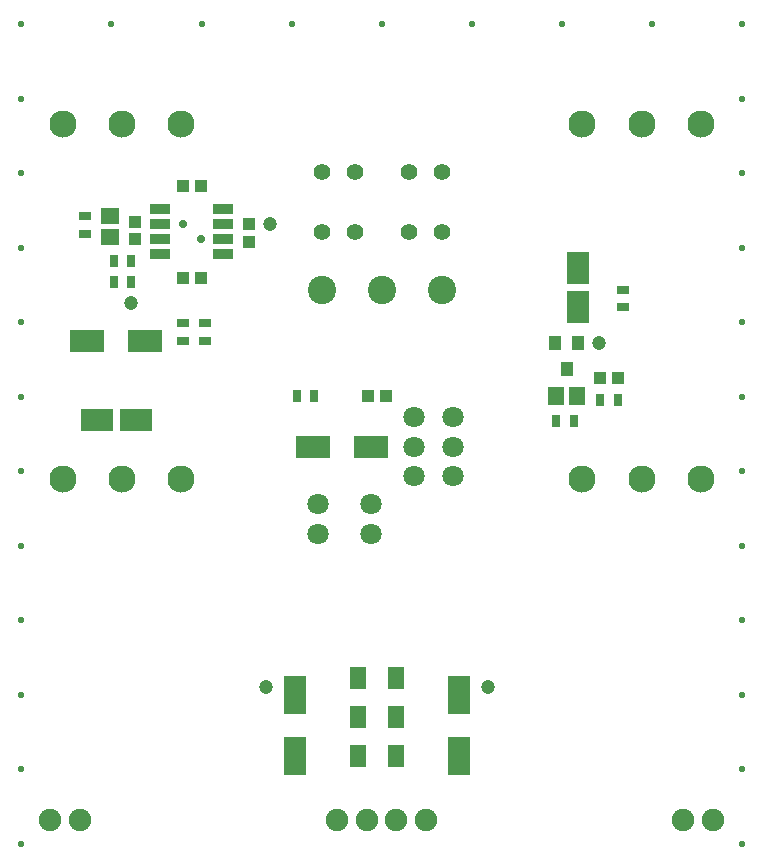
<source format=gts>
%FSLAX46Y46*%
%MOMM*%
%AMPS14*
1,1,2.300000,0.000000,0.000000*
%
%ADD14PS14*%
%AMPS26*
1,1,1.800000,0.000000,0.000000*
%
%ADD26PS26*%
%AMPS38*
1,1,1.800000,0.000000,0.000000*
%
%ADD38PS38*%
%AMPS41*
1,1,1.800000,0.000000,0.000000*
%
%ADD41PS41*%
%AMPS25*
1,1,1.900000,0.000000,0.000000*
%
%ADD25PS25*%
%AMPS30*
1,1,2.400000,0.000000,0.000000*
%
%ADD30PS30*%
%AMPS33*
1,1,1.400000,0.000000,0.000000*
%
%ADD33PS33*%
%AMPS27*
1,1,1.400000,0.000000,0.000000*
%
%ADD27PS27*%
%AMPS16*
21,1,1.794948,2.941421,0.000000,0.000000,90.000000*
%
%ADD16PS16*%
%AMPS15*
21,1,1.794948,2.941421,0.000000,0.000000,270.000000*
%
%ADD15PS15*%
%AMPS12*
21,1,1.800000,3.150000,0.000000,0.000000,0.000000*
%
%ADD12PS12*%
%AMPS13*
21,1,1.800000,3.150000,0.000000,0.000000,180.000000*
%
%ADD13PS13*%
%AMPS17*
21,1,0.800000,1.750000,0.000000,0.000000,90.000000*
%
%ADD17PS17*%
%AMPS18*
21,1,0.800000,1.750000,0.000000,0.000000,270.000000*
%
%ADD18PS18*%
%AMPS32*
21,1,1.800000,2.700000,0.000000,0.000000,0.000000*
%
%ADD32PS32*%
%AMPS43*
21,1,1.800000,2.700000,0.000000,0.000000,90.000000*
%
%ADD43PS43*%
%AMPS31*
21,1,1.800000,2.700000,0.000000,0.000000,180.000000*
%
%ADD31PS31*%
%AMPS42*
21,1,1.800000,2.700000,0.000000,0.000000,270.000000*
%
%ADD42PS42*%
%AMPS37*
21,1,1.100000,1.200000,0.000000,0.000000,0.000000*
%
%ADD37PS37*%
%AMPS36*
21,1,1.100000,1.200000,0.000000,0.000000,180.000000*
%
%ADD36PS36*%
%AMPS40*
21,1,1.600000,1.300000,0.000000,0.000000,0.000000*
%
%ADD40PS40*%
%AMPS34*
21,1,1.600000,1.300000,0.000000,0.000000,90.000000*
%
%ADD34PS34*%
%AMPS39*
21,1,1.600000,1.300000,0.000000,0.000000,180.000000*
%
%ADD39PS39*%
%AMPS35*
21,1,1.600000,1.300000,0.000000,0.000000,270.000000*
%
%ADD35PS35*%
%AMPS20*
21,1,1.100000,0.700000,0.000000,0.000000,0.000000*
%
%ADD20PS20*%
%AMPS11*
21,1,1.100000,0.700000,0.000000,0.000000,90.000000*
%
%ADD11PS11*%
%AMPS19*
21,1,1.100000,0.700000,0.000000,0.000000,180.000000*
%
%ADD19PS19*%
%AMPS10*
21,1,1.100000,0.700000,0.000000,0.000000,270.000000*
%
%ADD10PS10*%
%AMPS29*
21,1,1.900000,1.300000,0.000000,0.000000,90.000000*
%
%ADD29PS29*%
%AMPS28*
21,1,1.900000,1.300000,0.000000,0.000000,270.000000*
%
%ADD28PS28*%
%AMPS22*
21,1,1.050000,1.000000,0.000000,0.000000,0.000000*
%
%ADD22PS22*%
%AMPS23*
21,1,1.050000,1.000000,0.000000,0.000000,90.000000*
%
%ADD23PS23*%
%AMPS21*
21,1,1.050000,1.000000,0.000000,0.000000,180.000000*
%
%ADD21PS21*%
%AMPS24*
21,1,1.050000,1.000000,0.000000,0.000000,270.000000*
%
%ADD24PS24*%
%AMPS45*
1,1,1.200000,0.000000,0.000000*
%
%ADD45PS45*%
%AMPS44*
1,1,0.550000,0.000000,0.000000*
%
%ADD44PS44*%
%AMPS46*
1,1,0.700000,0.000000,0.000000*
%
%ADD46PS46*%
G01*
%LPD*%
G01*
%LPD*%
G75*
D10*
X50000000Y38630000D03*
D11*
X51500000Y38630000D03*
D12*
X24150000Y8430000D03*
D13*
X24150000Y13630000D03*
D14*
X4500000Y31930000D03*
D14*
X14500000Y31930000D03*
D14*
X9500000Y31930000D03*
D15*
X25700002Y34630000D03*
D16*
X30600000Y34630000D03*
D14*
X4500000Y61930000D03*
D14*
X14500000Y61930000D03*
D14*
X9500000Y61930000D03*
D11*
X47760000Y36800000D03*
D10*
X46260000Y36800000D03*
D11*
X25800002Y38960000D03*
D10*
X24300002Y38960000D03*
D17*
X18090000Y54740000D03*
D17*
X18090000Y52190000D03*
D17*
X18090000Y50920000D03*
D18*
X12750000Y50920000D03*
D18*
X12750000Y53470000D03*
D17*
X18090000Y53470000D03*
D18*
X12750000Y54740000D03*
D18*
X12750000Y52190000D03*
D19*
X16500000Y45130000D03*
D20*
X16500000Y43630000D03*
D21*
X10580000Y53695000D03*
D22*
X10580000Y52195000D03*
D23*
X51500000Y40420000D03*
D24*
X50000000Y40420000D03*
D14*
X48500000Y31930000D03*
D14*
X58500000Y31930000D03*
D14*
X53500000Y31930000D03*
D25*
X32750000Y3080000D03*
D25*
X35250000Y3080000D03*
D25*
X30250000Y3080000D03*
D25*
X27750000Y3080000D03*
D19*
X14670000Y45130000D03*
D20*
X14670000Y43630000D03*
D12*
X38050000Y8430000D03*
D13*
X38050000Y13630000D03*
D26*
X30600000Y27290000D03*
D26*
X30600000Y29830000D03*
D27*
X29220000Y57910000D03*
D27*
X29220000Y52830000D03*
D28*
X29500000Y8430000D03*
D29*
X32700000Y8430000D03*
D30*
X31500000Y47930000D03*
D30*
X36580000Y47930000D03*
D30*
X26420000Y47930000D03*
D31*
X48110000Y49740000D03*
D32*
X48110000Y46440000D03*
D33*
X33780000Y52830000D03*
D33*
X33780000Y57910000D03*
D29*
X32700000Y11730000D03*
D28*
X29500000Y11730000D03*
D34*
X48060000Y38930000D03*
D35*
X46260000Y38930000D03*
D28*
X29500000Y15030000D03*
D29*
X32700000Y15030000D03*
D25*
X57050000Y3080000D03*
D25*
X59550000Y3080000D03*
D24*
X14670000Y48930000D03*
D23*
X16170000Y48930000D03*
D14*
X48500000Y61930000D03*
D14*
X58500000Y61930000D03*
D14*
X53500000Y61930000D03*
D36*
X46210000Y43390000D03*
D37*
X47160000Y41190000D03*
D36*
X48110000Y43390000D03*
D19*
X51940000Y47940000D03*
D20*
X51940000Y46440000D03*
D23*
X16170000Y56730000D03*
D24*
X14670000Y56730000D03*
D38*
X37500000Y32130000D03*
D38*
X34200000Y34630000D03*
D38*
X34200000Y37130000D03*
D38*
X34200000Y32130000D03*
D38*
X37500000Y34630000D03*
D38*
X37500000Y37130000D03*
D39*
X8490000Y54180000D03*
D40*
X8490000Y52380000D03*
D33*
X26420000Y52830000D03*
D33*
X26420000Y57910000D03*
D10*
X8810000Y48570000D03*
D11*
X10310000Y48570000D03*
D11*
X10310000Y50400000D03*
D10*
X8810000Y50400000D03*
D41*
X26100000Y29830000D03*
D41*
X26100000Y27290000D03*
D22*
X20260000Y51970000D03*
D21*
X20260000Y53470000D03*
D24*
X30360002Y38960000D03*
D23*
X31860002Y38960000D03*
D27*
X36580000Y57910000D03*
D27*
X36580000Y52830000D03*
D42*
X7370000Y36930000D03*
D43*
X10670000Y36930000D03*
D16*
X11469999Y43630000D03*
D15*
X6570001Y43630000D03*
D25*
X3450000Y3080000D03*
D25*
X5950000Y3080000D03*
D20*
X6360000Y52680000D03*
D19*
X6360000Y54180000D03*
D44*
X1000000Y32570000D03*
D44*
X31500000Y70430000D03*
D44*
X62000000Y32570000D03*
D44*
X16250000Y70430000D03*
D44*
X62000000Y7330000D03*
D44*
X1000000Y45190000D03*
D44*
X54375000Y70430000D03*
D44*
X39125000Y70430000D03*
D44*
X1000000Y64120000D03*
D44*
X23875000Y70430000D03*
D44*
X62000000Y38880000D03*
D45*
X10310000Y46770000D03*
D44*
X1000000Y38880000D03*
D45*
X40500000Y14330000D03*
D44*
X62000000Y45190000D03*
D44*
X62000000Y1000000D03*
D44*
X62000000Y70430000D03*
D44*
X62000000Y64120000D03*
D44*
X1000000Y57810000D03*
D44*
X1000000Y7330000D03*
D44*
X62000000Y26260000D03*
D46*
X16170000Y52190000D03*
D45*
X49910000Y43390000D03*
D44*
X62000000Y13640000D03*
D44*
X1000000Y13640000D03*
D44*
X46750000Y70430000D03*
D44*
X62000000Y51500000D03*
D44*
X1000000Y1000000D03*
D45*
X21700000Y14330000D03*
D46*
X14670000Y53470000D03*
D45*
X22060000Y53470000D03*
D44*
X62000000Y57810000D03*
D44*
X1000000Y51500000D03*
D44*
X1000000Y19950000D03*
D44*
X8625000Y70430000D03*
D44*
X62000000Y19950000D03*
D44*
X1000000Y26260000D03*
D44*
X1000000Y70430000D03*
M02*

</source>
